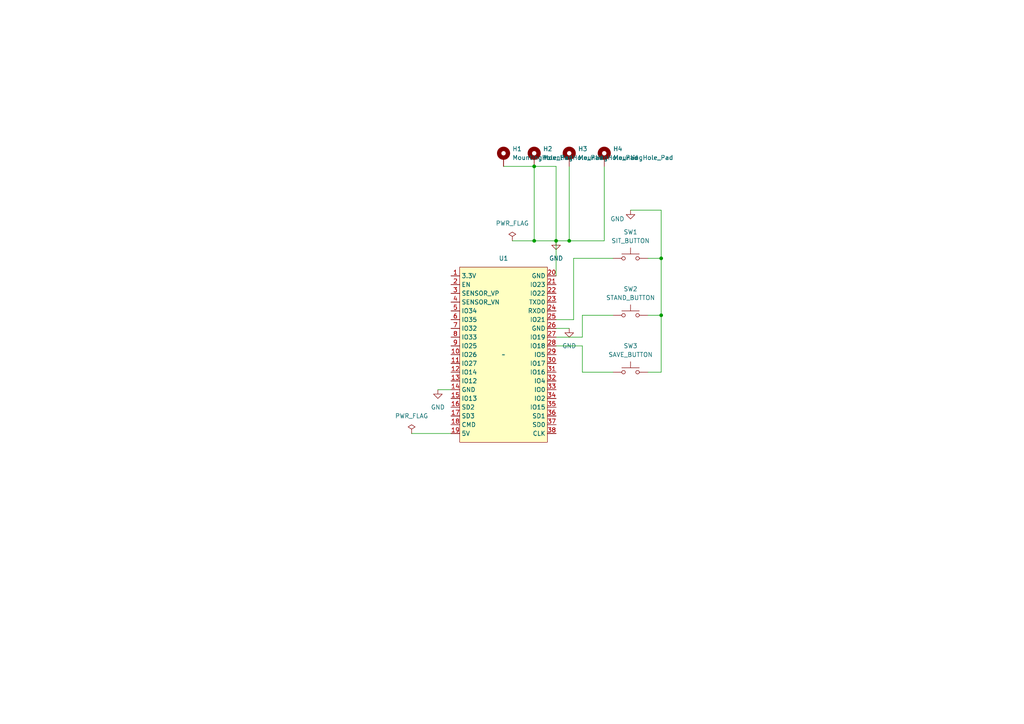
<source format=kicad_sch>
(kicad_sch (version 20230121) (generator eeschema)
  (paper "A4")
  (lib_symbols
    (symbol "Mechanical:MountingHole_Pad" (pin_numbers hide) (pin_names (offset 1.016) hide)
      (property "Reference" "H" (at 0 6.35 0))
      (property "Value" "MountingHole_Pad" (at 0 4.445 0))
      (symbol "MountingHole_Pad_0_1"
        (circle (center 0 1.27) (radius 1.27) (stroke (width 1.27)))
      )
      (symbol "MountingHole_Pad_1_1"
        (pin input line (at 0 -2.54 90) (length 2.54) (name "1") (number "1"))
      )
    )
    (symbol "Switch:SW_Push" (pin_numbers hide) (pin_names (offset 1.016) hide)
      (property "Reference" "SW" (at 1.27 2.54 0))
      (property "Value" "SW_Push" (at 0 -1.524 0))
      (symbol "SW_Push_0_1"
        (circle (center -2.032 0) (radius 0.508))
        (polyline (pts (xy 0 1.27) (xy 0 3.048)))
        (polyline (pts (xy 2.54 1.27) (xy -2.54 1.27)))
        (circle (center 2.032 0) (radius 0.508))
        (pin passive line (at -5.08 0 0) (length 2.54) (name "1") (number "1"))
        (pin passive line (at 5.08 0 180) (length 2.54) (name "2") (number "2"))
      )
    )
    (symbol "parts:esp32-keyestudio-devboard"
      (property "Reference" "U" (at 0 0 0))
      (symbol "esp32-keyestudio-devboard_1_1"
        (rectangle (start -12.7 25.4) (end 12.7 -25.4) (fill (type background)))
        (pin power_in line (at -15.24 22.86 0) (length 2.54) (name "3.3V") (number "1"))
        (pin bidirectional line (at -15.24 0 0) (length 2.54) (name "IO26") (number "10"))
        (pin bidirectional line (at -15.24 -2.54 0) (length 2.54) (name "IO27") (number "11"))
        (pin bidirectional line (at -15.24 -5.08 0) (length 2.54) (name "IO14") (number "12"))
        (pin bidirectional line (at -15.24 -7.62 0) (length 2.54) (name "IO12") (number "13"))
        (pin power_in line (at -15.24 -10.16 0) (length 2.54) (name "GND") (number "14"))
        (pin bidirectional line (at -15.24 -12.7 0) (length 2.54) (name "IO13") (number "15"))
        (pin bidirectional line (at -15.24 -15.24 0) (length 2.54) (name "SD2") (number "16"))
        (pin bidirectional line (at -15.24 -17.78 0) (length 2.54) (name "SD3") (number "17"))
        (pin bidirectional line (at -15.24 -20.32 0) (length 2.54) (name "CMD") (number "18"))
        (pin power_in line (at -15.24 -22.86 0) (length 2.54) (name "5V") (number "19"))
        (pin input line (at -15.24 20.32 0) (length 2.54) (name "EN") (number "2"))
        (pin power_in line (at 15.24 22.86 180) (length 2.54) (name "GND") (number "20"))
        (pin bidirectional line (at 15.24 20.32 180) (length 2.54) (name "IO23") (number "21"))
        (pin bidirectional line (at 15.24 17.78 180) (length 2.54) (name "IO22") (number "22"))
        (pin bidirectional line (at 15.24 15.24 180) (length 2.54) (name "TXD0") (number "23"))
        (pin bidirectional line (at 15.24 12.7 180) (length 2.54) (name "RXD0") (number "24"))
        (pin bidirectional line (at 15.24 10.16 180) (length 2.54) (name "IO21") (number "25"))
        (pin power_in line (at 15.24 7.62 180) (length 2.54) (name "GND") (number "26"))
        (pin bidirectional line (at 15.24 5.08 180) (length 2.54) (name "IO19") (number "27"))
        (pin bidirectional line (at 15.24 2.54 180) (length 2.54) (name "IO18") (number "28"))
        (pin bidirectional line (at 15.24 0 180) (length 2.54) (name "IO5") (number "29"))
        (pin input line (at -15.24 17.78 0) (length 2.54) (name "SENSOR_VP") (number "3"))
        (pin bidirectional line (at 15.24 -2.54 180) (length 2.54) (name "IO17") (number "30"))
        (pin bidirectional line (at 15.24 -5.08 180) (length 2.54) (name "IO16") (number "31"))
        (pin bidirectional line (at 15.24 -7.62 180) (length 2.54) (name "IO4") (number "32"))
        (pin bidirectional line (at 15.24 -10.16 180) (length 2.54) (name "IO0") (number "33"))
        (pin bidirectional line (at 15.24 -12.7 180) (length 2.54) (name "IO2") (number "34"))
        (pin bidirectional line (at 15.24 -15.24 180) (length 2.54) (name "IO15") (number "35"))
        (pin bidirectional line (at 15.24 -17.78 180) (length 2.54) (name "SD1") (number "36"))
        (pin bidirectional line (at 15.24 -20.32 180) (length 2.54) (name "SD0") (number "37"))
        (pin bidirectional line (at 15.24 -22.86 180) (length 2.54) (name "CLK") (number "38"))
        (pin input line (at -15.24 15.24 0) (length 2.54) (name "SENSOR_VN") (number "4"))
        (pin input line (at -15.24 12.7 0) (length 2.54) (name "IO34") (number "5"))
        (pin input line (at -15.24 10.16 0) (length 2.54) (name "IO35") (number "6"))
        (pin bidirectional line (at -15.24 7.62 0) (length 2.54) (name "IO32") (number "7"))
        (pin bidirectional line (at -15.24 5.08 0) (length 2.54) (name "IO33") (number "8"))
        (pin bidirectional line (at -15.24 2.54 0) (length 2.54) (name "IO25") (number "9"))
      )
    )
    (symbol "power:GND" (power) (pin_names (offset 0))
      (property "Value" "GND" (at 0 -3.81 0))
      (symbol "GND_0_1"
        (polyline (pts (xy 0 0) (xy 0 -1.27) (xy 1.27 -1.27) (xy 0 -2.54) (xy -1.27 -1.27) (xy 0 -1.27)))
      )
      (symbol "GND_1_1"
        (pin power_in line (at 0 0 270) (length 0) hide (name "GND") (number "1"))
      )
    )
    (symbol "power:PWR_FLAG" (power) (pin_numbers hide) (pin_names (offset 0) hide)
      (property "Value" "PWR_FLAG" (at 0 3.81 0))
      (symbol "PWR_FLAG_0_0"
        (pin power_out line (at 0 0 90) (length 0) (name "pwr") (number "1"))
      )
      (symbol "PWR_FLAG_0_1"
        (polyline (pts (xy 0 0) (xy 0 1.27) (xy -1.016 1.905) (xy 0 2.54) (xy 1.016 1.905) (xy 0 1.27)))
      )
    )
  )
  (junction (at 161.29 69.85))
  (junction (at 165.1 69.85))
  (junction (at 154.94 69.85))
  (junction (at 191.77 74.93))
  (junction (at 191.77 91.44))
  (junction (at 154.94 48.26))
  (wire (pts (xy 191.77 74.93) (xy 191.77 91.44)))
  (wire (pts (xy 191.77 107.95) (xy 187.96 107.95)))
  (wire (pts (xy 161.29 95.25) (xy 165.1 95.25)))
  (wire (pts (xy 191.77 91.44) (xy 191.77 107.95)))
  (wire (pts (xy 161.29 97.79) (xy 168.91 97.79)))
  (wire (pts (xy 177.8 91.44) (xy 168.91 91.44)))
  (wire (pts (xy 161.29 48.26) (xy 161.29 69.85)))
  (wire (pts (xy 166.37 74.93) (xy 166.37 92.71)))
  (wire (pts (xy 161.29 69.85) (xy 165.1 69.85)))
  (wire (pts (xy 148.59 69.85) (xy 154.94 69.85)))
  (wire (pts (xy 165.1 69.85) (xy 175.26 69.85)))
  (wire (pts (xy 161.29 80.01) (xy 161.29 69.85)))
  (wire (pts (xy 119.38 125.73) (xy 130.81 125.73)))
  (wire (pts (xy 191.77 60.96) (xy 182.88 60.96)))
  (wire (pts (xy 177.8 107.95) (xy 168.91 107.95)))
  (wire (pts (xy 146.05 48.26) (xy 154.94 48.26)))
  (wire (pts (xy 175.26 48.26) (xy 175.26 69.85)))
  (wire (pts (xy 154.94 48.26) (xy 154.94 69.85)))
  (wire (pts (xy 177.8 74.93) (xy 166.37 74.93)))
  (wire (pts (xy 161.29 92.71) (xy 166.37 92.71)))
  (wire (pts (xy 168.91 107.95) (xy 168.91 100.33)))
  (wire (pts (xy 168.91 91.44) (xy 168.91 97.79)))
  (wire (pts (xy 187.96 91.44) (xy 191.77 91.44)))
  (wire (pts (xy 187.96 74.93) (xy 191.77 74.93)))
  (wire (pts (xy 165.1 48.26) (xy 165.1 69.85)))
  (wire (pts (xy 127 113.03) (xy 130.81 113.03)))
  (wire (pts (xy 191.77 60.96) (xy 191.77 74.93)))
  (wire (pts (xy 161.29 100.33) (xy 168.91 100.33)))
  (wire (pts (xy 154.94 69.85) (xy 161.29 69.85)))
  (wire (pts (xy 154.94 48.26) (xy 161.29 48.26)))
  (symbol (lib_id "power:GND") (at 127 113.03 0) (unit 1)
    (property "Reference" "#PWR04" (effects hide))
    (property "Value" "GND" (at 127 118.11 0))
  )
  (symbol (lib_id "Mechanical:MountingHole_Pad") (at 146.05 45.72 0) (unit 1)
    (property "Reference" "H1" (at 148.59 43.18 0) (effects (justify left)))
    (property "Value" "MountingHole_Pad" (at 148.59 45.72 0) (effects (justify left)))
    (property "Footprint" "MountingHole:MountingHole_3.2mm_M3_Pad_Via" (effects hide))
  )
  (symbol (lib_id "Mechanical:MountingHole_Pad") (at 154.94 45.72 0) (unit 1)
    (property "Reference" "H2" (at 157.48 43.18 0) (effects (justify left)))
    (property "Value" "MountingHole_Pad" (at 157.48 45.72 0) (effects (justify left)))
    (property "Footprint" "MountingHole:MountingHole_3.2mm_M3_Pad_Via" (effects hide))
  )
  (symbol (lib_id "parts:esp32-keyestudio-devboard") (at 146.05 102.87 0) (unit 1)
    (property "Reference" "U1" (at 146.05 74.93 0))
    (property "Value" "~" (at 146.05 102.87 0))
    (property "Footprint" "footprints:esp32-keyestudio-devboard" (effects hide))
  )
  (symbol (lib_id "Mechanical:MountingHole_Pad") (at 165.1 45.72 0) (unit 1)
    (property "Reference" "H3" (at 167.64 43.18 0) (effects (justify left)))
    (property "Value" "MountingHole_Pad" (at 167.64 45.72 0) (effects (justify left)))
    (property "Footprint" "MountingHole:MountingHole_3.2mm_M3_Pad_Via" (effects hide))
  )
  (symbol (lib_id "power:PWR_FLAG") (at 148.59 69.85 0) (unit 1)
    (property "Reference" "#FLG02" (effects hide))
    (property "Value" "PWR_FLAG" (at 148.59 64.77 0))
  )
  (symbol (lib_id "Mechanical:MountingHole_Pad") (at 175.26 45.72 0) (unit 1)
    (property "Reference" "H4" (at 177.8 43.18 0) (effects (justify left)))
    (property "Value" "MountingHole_Pad" (at 177.8 45.72 0) (effects (justify left)))
    (property "Footprint" "MountingHole:MountingHole_3.2mm_M3_Pad_Via" (effects hide))
  )
  (symbol (lib_id "Switch:SW_Push") (at 182.88 74.93 0) (unit 1)
    (property "Reference" "SW1" (at 182.88 67.31 0))
    (property "Value" "SIT_BUTTON" (at 182.88 69.85 0))
    (property "Footprint" "Button_Switch_THT:SW_PUSH_6mm_H5mm" (effects hide))
  )
  (symbol (lib_id "Switch:SW_Push") (at 182.88 91.44 0) (unit 1)
    (property "Reference" "SW2" (at 182.88 83.82 0))
    (property "Value" "STAND_BUTTON" (at 182.88 86.36 0))
    (property "Footprint" "Button_Switch_THT:SW_PUSH_6mm_H5mm" (effects hide))
  )
  (symbol (lib_id "power:GND") (at 165.1 95.25 0) (unit 1)
    (property "Reference" "#PWR03" (effects hide))
    (property "Value" "GND" (at 165.1 100.33 0))
  )
  (symbol (lib_id "power:PWR_FLAG") (at 119.38 125.73 0) (unit 1)
    (property "Reference" "#FLG01" (effects hide))
    (property "Value" "PWR_FLAG" (at 119.38 120.65 0))
  )
  (symbol (lib_id "power:GND") (at 161.29 69.85 0) (unit 1)
    (property "Reference" "#PWR01" (effects hide))
    (property "Value" "GND" (at 161.29 74.93 0))
  )
  (symbol (lib_id "power:GND") (at 182.88 60.96 0) (unit 1)
    (property "Reference" "#PWR02" (effects hide))
    (property "Value" "GND" (at 179.07 63.5 0))
  )
  (symbol (lib_id "Switch:SW_Push") (at 182.88 107.95 0) (unit 1)
    (property "Reference" "SW3" (at 182.88 100.33 0))
    (property "Value" "SAVE_BUTTON" (at 182.88 102.87 0))
    (property "Footprint" "Button_Switch_THT:SW_PUSH_6mm_H5mm" (effects hide))
  )
)
</source>
